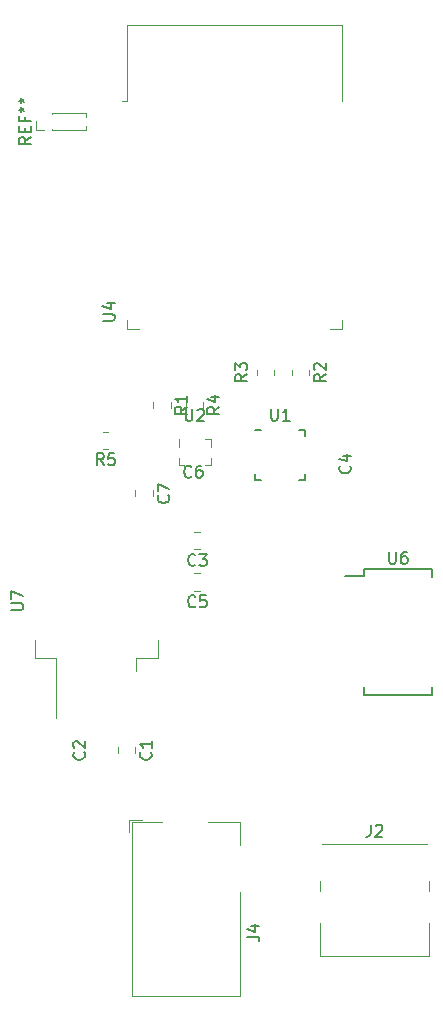
<source format=gbr>
%TF.GenerationSoftware,KiCad,Pcbnew,7.0.6*%
%TF.CreationDate,2023-08-21T19:58:41-03:00*%
%TF.ProjectId,satelite,73617465-6c69-4746-952e-6b696361645f,rev?*%
%TF.SameCoordinates,Original*%
%TF.FileFunction,Legend,Top*%
%TF.FilePolarity,Positive*%
%FSLAX46Y46*%
G04 Gerber Fmt 4.6, Leading zero omitted, Abs format (unit mm)*
G04 Created by KiCad (PCBNEW 7.0.6) date 2023-08-21 19:58:41*
%MOMM*%
%LPD*%
G01*
G04 APERTURE LIST*
%ADD10C,0.150000*%
%ADD11C,0.120000*%
%ADD12C,0.100000*%
G04 APERTURE END LIST*
D10*
X132894819Y-66083333D02*
X132418628Y-66416666D01*
X132894819Y-66654761D02*
X131894819Y-66654761D01*
X131894819Y-66654761D02*
X131894819Y-66273809D01*
X131894819Y-66273809D02*
X131942438Y-66178571D01*
X131942438Y-66178571D02*
X131990057Y-66130952D01*
X131990057Y-66130952D02*
X132085295Y-66083333D01*
X132085295Y-66083333D02*
X132228152Y-66083333D01*
X132228152Y-66083333D02*
X132323390Y-66130952D01*
X132323390Y-66130952D02*
X132371009Y-66178571D01*
X132371009Y-66178571D02*
X132418628Y-66273809D01*
X132418628Y-66273809D02*
X132418628Y-66654761D01*
X132371009Y-65654761D02*
X132371009Y-65321428D01*
X132894819Y-65178571D02*
X132894819Y-65654761D01*
X132894819Y-65654761D02*
X131894819Y-65654761D01*
X131894819Y-65654761D02*
X131894819Y-65178571D01*
X132371009Y-64416666D02*
X132371009Y-64749999D01*
X132894819Y-64749999D02*
X131894819Y-64749999D01*
X131894819Y-64749999D02*
X131894819Y-64273809D01*
X131894819Y-63749999D02*
X132132914Y-63749999D01*
X132037676Y-63988094D02*
X132132914Y-63749999D01*
X132132914Y-63749999D02*
X132037676Y-63511904D01*
X132323390Y-63892856D02*
X132132914Y-63749999D01*
X132132914Y-63749999D02*
X132323390Y-63607142D01*
X131894819Y-62988094D02*
X132132914Y-62988094D01*
X132037676Y-63226189D02*
X132132914Y-62988094D01*
X132132914Y-62988094D02*
X132037676Y-62749999D01*
X132323390Y-63130951D02*
X132132914Y-62988094D01*
X132132914Y-62988094D02*
X132323390Y-62845237D01*
X139083333Y-93854819D02*
X138750000Y-93378628D01*
X138511905Y-93854819D02*
X138511905Y-92854819D01*
X138511905Y-92854819D02*
X138892857Y-92854819D01*
X138892857Y-92854819D02*
X138988095Y-92902438D01*
X138988095Y-92902438D02*
X139035714Y-92950057D01*
X139035714Y-92950057D02*
X139083333Y-93045295D01*
X139083333Y-93045295D02*
X139083333Y-93188152D01*
X139083333Y-93188152D02*
X139035714Y-93283390D01*
X139035714Y-93283390D02*
X138988095Y-93331009D01*
X138988095Y-93331009D02*
X138892857Y-93378628D01*
X138892857Y-93378628D02*
X138511905Y-93378628D01*
X139988095Y-92854819D02*
X139511905Y-92854819D01*
X139511905Y-92854819D02*
X139464286Y-93331009D01*
X139464286Y-93331009D02*
X139511905Y-93283390D01*
X139511905Y-93283390D02*
X139607143Y-93235771D01*
X139607143Y-93235771D02*
X139845238Y-93235771D01*
X139845238Y-93235771D02*
X139940476Y-93283390D01*
X139940476Y-93283390D02*
X139988095Y-93331009D01*
X139988095Y-93331009D02*
X140035714Y-93426247D01*
X140035714Y-93426247D02*
X140035714Y-93664342D01*
X140035714Y-93664342D02*
X139988095Y-93759580D01*
X139988095Y-93759580D02*
X139940476Y-93807200D01*
X139940476Y-93807200D02*
X139845238Y-93854819D01*
X139845238Y-93854819D02*
X139607143Y-93854819D01*
X139607143Y-93854819D02*
X139511905Y-93807200D01*
X139511905Y-93807200D02*
X139464286Y-93759580D01*
X157854819Y-86166666D02*
X157378628Y-86499999D01*
X157854819Y-86738094D02*
X156854819Y-86738094D01*
X156854819Y-86738094D02*
X156854819Y-86357142D01*
X156854819Y-86357142D02*
X156902438Y-86261904D01*
X156902438Y-86261904D02*
X156950057Y-86214285D01*
X156950057Y-86214285D02*
X157045295Y-86166666D01*
X157045295Y-86166666D02*
X157188152Y-86166666D01*
X157188152Y-86166666D02*
X157283390Y-86214285D01*
X157283390Y-86214285D02*
X157331009Y-86261904D01*
X157331009Y-86261904D02*
X157378628Y-86357142D01*
X157378628Y-86357142D02*
X157378628Y-86738094D01*
X156950057Y-85785713D02*
X156902438Y-85738094D01*
X156902438Y-85738094D02*
X156854819Y-85642856D01*
X156854819Y-85642856D02*
X156854819Y-85404761D01*
X156854819Y-85404761D02*
X156902438Y-85309523D01*
X156902438Y-85309523D02*
X156950057Y-85261904D01*
X156950057Y-85261904D02*
X157045295Y-85214285D01*
X157045295Y-85214285D02*
X157140533Y-85214285D01*
X157140533Y-85214285D02*
X157283390Y-85261904D01*
X157283390Y-85261904D02*
X157854819Y-85833332D01*
X157854819Y-85833332D02*
X157854819Y-85214285D01*
X161666666Y-124304819D02*
X161666666Y-125019104D01*
X161666666Y-125019104D02*
X161619047Y-125161961D01*
X161619047Y-125161961D02*
X161523809Y-125257200D01*
X161523809Y-125257200D02*
X161380952Y-125304819D01*
X161380952Y-125304819D02*
X161285714Y-125304819D01*
X162095238Y-124400057D02*
X162142857Y-124352438D01*
X162142857Y-124352438D02*
X162238095Y-124304819D01*
X162238095Y-124304819D02*
X162476190Y-124304819D01*
X162476190Y-124304819D02*
X162571428Y-124352438D01*
X162571428Y-124352438D02*
X162619047Y-124400057D01*
X162619047Y-124400057D02*
X162666666Y-124495295D01*
X162666666Y-124495295D02*
X162666666Y-124590533D01*
X162666666Y-124590533D02*
X162619047Y-124733390D01*
X162619047Y-124733390D02*
X162047619Y-125304819D01*
X162047619Y-125304819D02*
X162666666Y-125304819D01*
X143039580Y-118166666D02*
X143087200Y-118214285D01*
X143087200Y-118214285D02*
X143134819Y-118357142D01*
X143134819Y-118357142D02*
X143134819Y-118452380D01*
X143134819Y-118452380D02*
X143087200Y-118595237D01*
X143087200Y-118595237D02*
X142991961Y-118690475D01*
X142991961Y-118690475D02*
X142896723Y-118738094D01*
X142896723Y-118738094D02*
X142706247Y-118785713D01*
X142706247Y-118785713D02*
X142563390Y-118785713D01*
X142563390Y-118785713D02*
X142372914Y-118738094D01*
X142372914Y-118738094D02*
X142277676Y-118690475D01*
X142277676Y-118690475D02*
X142182438Y-118595237D01*
X142182438Y-118595237D02*
X142134819Y-118452380D01*
X142134819Y-118452380D02*
X142134819Y-118357142D01*
X142134819Y-118357142D02*
X142182438Y-118214285D01*
X142182438Y-118214285D02*
X142230057Y-118166666D01*
X143134819Y-117214285D02*
X143134819Y-117785713D01*
X143134819Y-117499999D02*
X142134819Y-117499999D01*
X142134819Y-117499999D02*
X142277676Y-117595237D01*
X142277676Y-117595237D02*
X142372914Y-117690475D01*
X142372914Y-117690475D02*
X142420533Y-117785713D01*
X146104819Y-88916666D02*
X145628628Y-89249999D01*
X146104819Y-89488094D02*
X145104819Y-89488094D01*
X145104819Y-89488094D02*
X145104819Y-89107142D01*
X145104819Y-89107142D02*
X145152438Y-89011904D01*
X145152438Y-89011904D02*
X145200057Y-88964285D01*
X145200057Y-88964285D02*
X145295295Y-88916666D01*
X145295295Y-88916666D02*
X145438152Y-88916666D01*
X145438152Y-88916666D02*
X145533390Y-88964285D01*
X145533390Y-88964285D02*
X145581009Y-89011904D01*
X145581009Y-89011904D02*
X145628628Y-89107142D01*
X145628628Y-89107142D02*
X145628628Y-89488094D01*
X146104819Y-87964285D02*
X146104819Y-88535713D01*
X146104819Y-88249999D02*
X145104819Y-88249999D01*
X145104819Y-88249999D02*
X145247676Y-88345237D01*
X145247676Y-88345237D02*
X145342914Y-88440475D01*
X145342914Y-88440475D02*
X145390533Y-88535713D01*
X138999819Y-81626904D02*
X139809342Y-81626904D01*
X139809342Y-81626904D02*
X139904580Y-81579285D01*
X139904580Y-81579285D02*
X139952200Y-81531666D01*
X139952200Y-81531666D02*
X139999819Y-81436428D01*
X139999819Y-81436428D02*
X139999819Y-81245952D01*
X139999819Y-81245952D02*
X139952200Y-81150714D01*
X139952200Y-81150714D02*
X139904580Y-81103095D01*
X139904580Y-81103095D02*
X139809342Y-81055476D01*
X139809342Y-81055476D02*
X138999819Y-81055476D01*
X139333152Y-80150714D02*
X139999819Y-80150714D01*
X138952200Y-80388809D02*
X139666485Y-80626904D01*
X139666485Y-80626904D02*
X139666485Y-80007857D01*
X146488333Y-94809580D02*
X146440714Y-94857200D01*
X146440714Y-94857200D02*
X146297857Y-94904819D01*
X146297857Y-94904819D02*
X146202619Y-94904819D01*
X146202619Y-94904819D02*
X146059762Y-94857200D01*
X146059762Y-94857200D02*
X145964524Y-94761961D01*
X145964524Y-94761961D02*
X145916905Y-94666723D01*
X145916905Y-94666723D02*
X145869286Y-94476247D01*
X145869286Y-94476247D02*
X145869286Y-94333390D01*
X145869286Y-94333390D02*
X145916905Y-94142914D01*
X145916905Y-94142914D02*
X145964524Y-94047676D01*
X145964524Y-94047676D02*
X146059762Y-93952438D01*
X146059762Y-93952438D02*
X146202619Y-93904819D01*
X146202619Y-93904819D02*
X146297857Y-93904819D01*
X146297857Y-93904819D02*
X146440714Y-93952438D01*
X146440714Y-93952438D02*
X146488333Y-94000057D01*
X147345476Y-93904819D02*
X147155000Y-93904819D01*
X147155000Y-93904819D02*
X147059762Y-93952438D01*
X147059762Y-93952438D02*
X147012143Y-94000057D01*
X147012143Y-94000057D02*
X146916905Y-94142914D01*
X146916905Y-94142914D02*
X146869286Y-94333390D01*
X146869286Y-94333390D02*
X146869286Y-94714342D01*
X146869286Y-94714342D02*
X146916905Y-94809580D01*
X146916905Y-94809580D02*
X146964524Y-94857200D01*
X146964524Y-94857200D02*
X147059762Y-94904819D01*
X147059762Y-94904819D02*
X147250238Y-94904819D01*
X147250238Y-94904819D02*
X147345476Y-94857200D01*
X147345476Y-94857200D02*
X147393095Y-94809580D01*
X147393095Y-94809580D02*
X147440714Y-94714342D01*
X147440714Y-94714342D02*
X147440714Y-94476247D01*
X147440714Y-94476247D02*
X147393095Y-94381009D01*
X147393095Y-94381009D02*
X147345476Y-94333390D01*
X147345476Y-94333390D02*
X147250238Y-94285771D01*
X147250238Y-94285771D02*
X147059762Y-94285771D01*
X147059762Y-94285771D02*
X146964524Y-94333390D01*
X146964524Y-94333390D02*
X146916905Y-94381009D01*
X146916905Y-94381009D02*
X146869286Y-94476247D01*
X146013095Y-89104819D02*
X146013095Y-89914342D01*
X146013095Y-89914342D02*
X146060714Y-90009580D01*
X146060714Y-90009580D02*
X146108333Y-90057200D01*
X146108333Y-90057200D02*
X146203571Y-90104819D01*
X146203571Y-90104819D02*
X146394047Y-90104819D01*
X146394047Y-90104819D02*
X146489285Y-90057200D01*
X146489285Y-90057200D02*
X146536904Y-90009580D01*
X146536904Y-90009580D02*
X146584523Y-89914342D01*
X146584523Y-89914342D02*
X146584523Y-89104819D01*
X147013095Y-89200057D02*
X147060714Y-89152438D01*
X147060714Y-89152438D02*
X147155952Y-89104819D01*
X147155952Y-89104819D02*
X147394047Y-89104819D01*
X147394047Y-89104819D02*
X147489285Y-89152438D01*
X147489285Y-89152438D02*
X147536904Y-89200057D01*
X147536904Y-89200057D02*
X147584523Y-89295295D01*
X147584523Y-89295295D02*
X147584523Y-89390533D01*
X147584523Y-89390533D02*
X147536904Y-89533390D01*
X147536904Y-89533390D02*
X146965476Y-90104819D01*
X146965476Y-90104819D02*
X147584523Y-90104819D01*
X131264819Y-106111904D02*
X132074342Y-106111904D01*
X132074342Y-106111904D02*
X132169580Y-106064285D01*
X132169580Y-106064285D02*
X132217200Y-106016666D01*
X132217200Y-106016666D02*
X132264819Y-105921428D01*
X132264819Y-105921428D02*
X132264819Y-105730952D01*
X132264819Y-105730952D02*
X132217200Y-105635714D01*
X132217200Y-105635714D02*
X132169580Y-105588095D01*
X132169580Y-105588095D02*
X132074342Y-105540476D01*
X132074342Y-105540476D02*
X131264819Y-105540476D01*
X131264819Y-105159523D02*
X131264819Y-104492857D01*
X131264819Y-104492857D02*
X132264819Y-104921428D01*
X159909580Y-93916666D02*
X159957200Y-93964285D01*
X159957200Y-93964285D02*
X160004819Y-94107142D01*
X160004819Y-94107142D02*
X160004819Y-94202380D01*
X160004819Y-94202380D02*
X159957200Y-94345237D01*
X159957200Y-94345237D02*
X159861961Y-94440475D01*
X159861961Y-94440475D02*
X159766723Y-94488094D01*
X159766723Y-94488094D02*
X159576247Y-94535713D01*
X159576247Y-94535713D02*
X159433390Y-94535713D01*
X159433390Y-94535713D02*
X159242914Y-94488094D01*
X159242914Y-94488094D02*
X159147676Y-94440475D01*
X159147676Y-94440475D02*
X159052438Y-94345237D01*
X159052438Y-94345237D02*
X159004819Y-94202380D01*
X159004819Y-94202380D02*
X159004819Y-94107142D01*
X159004819Y-94107142D02*
X159052438Y-93964285D01*
X159052438Y-93964285D02*
X159100057Y-93916666D01*
X159338152Y-93059523D02*
X160004819Y-93059523D01*
X158957200Y-93297618D02*
X159671485Y-93535713D01*
X159671485Y-93535713D02*
X159671485Y-92916666D01*
X151247319Y-133783333D02*
X151961604Y-133783333D01*
X151961604Y-133783333D02*
X152104461Y-133830952D01*
X152104461Y-133830952D02*
X152199700Y-133926190D01*
X152199700Y-133926190D02*
X152247319Y-134069047D01*
X152247319Y-134069047D02*
X152247319Y-134164285D01*
X151580652Y-132878571D02*
X152247319Y-132878571D01*
X151199700Y-133116666D02*
X151913985Y-133354761D01*
X151913985Y-133354761D02*
X151913985Y-132735714D01*
X144539580Y-96416666D02*
X144587200Y-96464285D01*
X144587200Y-96464285D02*
X144634819Y-96607142D01*
X144634819Y-96607142D02*
X144634819Y-96702380D01*
X144634819Y-96702380D02*
X144587200Y-96845237D01*
X144587200Y-96845237D02*
X144491961Y-96940475D01*
X144491961Y-96940475D02*
X144396723Y-96988094D01*
X144396723Y-96988094D02*
X144206247Y-97035713D01*
X144206247Y-97035713D02*
X144063390Y-97035713D01*
X144063390Y-97035713D02*
X143872914Y-96988094D01*
X143872914Y-96988094D02*
X143777676Y-96940475D01*
X143777676Y-96940475D02*
X143682438Y-96845237D01*
X143682438Y-96845237D02*
X143634819Y-96702380D01*
X143634819Y-96702380D02*
X143634819Y-96607142D01*
X143634819Y-96607142D02*
X143682438Y-96464285D01*
X143682438Y-96464285D02*
X143730057Y-96416666D01*
X143634819Y-96083332D02*
X143634819Y-95416666D01*
X143634819Y-95416666D02*
X144634819Y-95845237D01*
X151204819Y-86166666D02*
X150728628Y-86499999D01*
X151204819Y-86738094D02*
X150204819Y-86738094D01*
X150204819Y-86738094D02*
X150204819Y-86357142D01*
X150204819Y-86357142D02*
X150252438Y-86261904D01*
X150252438Y-86261904D02*
X150300057Y-86214285D01*
X150300057Y-86214285D02*
X150395295Y-86166666D01*
X150395295Y-86166666D02*
X150538152Y-86166666D01*
X150538152Y-86166666D02*
X150633390Y-86214285D01*
X150633390Y-86214285D02*
X150681009Y-86261904D01*
X150681009Y-86261904D02*
X150728628Y-86357142D01*
X150728628Y-86357142D02*
X150728628Y-86738094D01*
X150204819Y-85833332D02*
X150204819Y-85214285D01*
X150204819Y-85214285D02*
X150585771Y-85547618D01*
X150585771Y-85547618D02*
X150585771Y-85404761D01*
X150585771Y-85404761D02*
X150633390Y-85309523D01*
X150633390Y-85309523D02*
X150681009Y-85261904D01*
X150681009Y-85261904D02*
X150776247Y-85214285D01*
X150776247Y-85214285D02*
X151014342Y-85214285D01*
X151014342Y-85214285D02*
X151109580Y-85261904D01*
X151109580Y-85261904D02*
X151157200Y-85309523D01*
X151157200Y-85309523D02*
X151204819Y-85404761D01*
X151204819Y-85404761D02*
X151204819Y-85690475D01*
X151204819Y-85690475D02*
X151157200Y-85785713D01*
X151157200Y-85785713D02*
X151109580Y-85833332D01*
X153238095Y-89079819D02*
X153238095Y-89889342D01*
X153238095Y-89889342D02*
X153285714Y-89984580D01*
X153285714Y-89984580D02*
X153333333Y-90032200D01*
X153333333Y-90032200D02*
X153428571Y-90079819D01*
X153428571Y-90079819D02*
X153619047Y-90079819D01*
X153619047Y-90079819D02*
X153714285Y-90032200D01*
X153714285Y-90032200D02*
X153761904Y-89984580D01*
X153761904Y-89984580D02*
X153809523Y-89889342D01*
X153809523Y-89889342D02*
X153809523Y-89079819D01*
X154809523Y-90079819D02*
X154238095Y-90079819D01*
X154523809Y-90079819D02*
X154523809Y-89079819D01*
X154523809Y-89079819D02*
X154428571Y-89222676D01*
X154428571Y-89222676D02*
X154333333Y-89317914D01*
X154333333Y-89317914D02*
X154238095Y-89365533D01*
X146833333Y-105789580D02*
X146785714Y-105837200D01*
X146785714Y-105837200D02*
X146642857Y-105884819D01*
X146642857Y-105884819D02*
X146547619Y-105884819D01*
X146547619Y-105884819D02*
X146404762Y-105837200D01*
X146404762Y-105837200D02*
X146309524Y-105741961D01*
X146309524Y-105741961D02*
X146261905Y-105646723D01*
X146261905Y-105646723D02*
X146214286Y-105456247D01*
X146214286Y-105456247D02*
X146214286Y-105313390D01*
X146214286Y-105313390D02*
X146261905Y-105122914D01*
X146261905Y-105122914D02*
X146309524Y-105027676D01*
X146309524Y-105027676D02*
X146404762Y-104932438D01*
X146404762Y-104932438D02*
X146547619Y-104884819D01*
X146547619Y-104884819D02*
X146642857Y-104884819D01*
X146642857Y-104884819D02*
X146785714Y-104932438D01*
X146785714Y-104932438D02*
X146833333Y-104980057D01*
X147738095Y-104884819D02*
X147261905Y-104884819D01*
X147261905Y-104884819D02*
X147214286Y-105361009D01*
X147214286Y-105361009D02*
X147261905Y-105313390D01*
X147261905Y-105313390D02*
X147357143Y-105265771D01*
X147357143Y-105265771D02*
X147595238Y-105265771D01*
X147595238Y-105265771D02*
X147690476Y-105313390D01*
X147690476Y-105313390D02*
X147738095Y-105361009D01*
X147738095Y-105361009D02*
X147785714Y-105456247D01*
X147785714Y-105456247D02*
X147785714Y-105694342D01*
X147785714Y-105694342D02*
X147738095Y-105789580D01*
X147738095Y-105789580D02*
X147690476Y-105837200D01*
X147690476Y-105837200D02*
X147595238Y-105884819D01*
X147595238Y-105884819D02*
X147357143Y-105884819D01*
X147357143Y-105884819D02*
X147261905Y-105837200D01*
X147261905Y-105837200D02*
X147214286Y-105789580D01*
X163238095Y-101204819D02*
X163238095Y-102014342D01*
X163238095Y-102014342D02*
X163285714Y-102109580D01*
X163285714Y-102109580D02*
X163333333Y-102157200D01*
X163333333Y-102157200D02*
X163428571Y-102204819D01*
X163428571Y-102204819D02*
X163619047Y-102204819D01*
X163619047Y-102204819D02*
X163714285Y-102157200D01*
X163714285Y-102157200D02*
X163761904Y-102109580D01*
X163761904Y-102109580D02*
X163809523Y-102014342D01*
X163809523Y-102014342D02*
X163809523Y-101204819D01*
X164714285Y-101204819D02*
X164523809Y-101204819D01*
X164523809Y-101204819D02*
X164428571Y-101252438D01*
X164428571Y-101252438D02*
X164380952Y-101300057D01*
X164380952Y-101300057D02*
X164285714Y-101442914D01*
X164285714Y-101442914D02*
X164238095Y-101633390D01*
X164238095Y-101633390D02*
X164238095Y-102014342D01*
X164238095Y-102014342D02*
X164285714Y-102109580D01*
X164285714Y-102109580D02*
X164333333Y-102157200D01*
X164333333Y-102157200D02*
X164428571Y-102204819D01*
X164428571Y-102204819D02*
X164619047Y-102204819D01*
X164619047Y-102204819D02*
X164714285Y-102157200D01*
X164714285Y-102157200D02*
X164761904Y-102109580D01*
X164761904Y-102109580D02*
X164809523Y-102014342D01*
X164809523Y-102014342D02*
X164809523Y-101776247D01*
X164809523Y-101776247D02*
X164761904Y-101681009D01*
X164761904Y-101681009D02*
X164714285Y-101633390D01*
X164714285Y-101633390D02*
X164619047Y-101585771D01*
X164619047Y-101585771D02*
X164428571Y-101585771D01*
X164428571Y-101585771D02*
X164333333Y-101633390D01*
X164333333Y-101633390D02*
X164285714Y-101681009D01*
X164285714Y-101681009D02*
X164238095Y-101776247D01*
X146833333Y-102289580D02*
X146785714Y-102337200D01*
X146785714Y-102337200D02*
X146642857Y-102384819D01*
X146642857Y-102384819D02*
X146547619Y-102384819D01*
X146547619Y-102384819D02*
X146404762Y-102337200D01*
X146404762Y-102337200D02*
X146309524Y-102241961D01*
X146309524Y-102241961D02*
X146261905Y-102146723D01*
X146261905Y-102146723D02*
X146214286Y-101956247D01*
X146214286Y-101956247D02*
X146214286Y-101813390D01*
X146214286Y-101813390D02*
X146261905Y-101622914D01*
X146261905Y-101622914D02*
X146309524Y-101527676D01*
X146309524Y-101527676D02*
X146404762Y-101432438D01*
X146404762Y-101432438D02*
X146547619Y-101384819D01*
X146547619Y-101384819D02*
X146642857Y-101384819D01*
X146642857Y-101384819D02*
X146785714Y-101432438D01*
X146785714Y-101432438D02*
X146833333Y-101480057D01*
X147166667Y-101384819D02*
X147785714Y-101384819D01*
X147785714Y-101384819D02*
X147452381Y-101765771D01*
X147452381Y-101765771D02*
X147595238Y-101765771D01*
X147595238Y-101765771D02*
X147690476Y-101813390D01*
X147690476Y-101813390D02*
X147738095Y-101861009D01*
X147738095Y-101861009D02*
X147785714Y-101956247D01*
X147785714Y-101956247D02*
X147785714Y-102194342D01*
X147785714Y-102194342D02*
X147738095Y-102289580D01*
X147738095Y-102289580D02*
X147690476Y-102337200D01*
X147690476Y-102337200D02*
X147595238Y-102384819D01*
X147595238Y-102384819D02*
X147309524Y-102384819D01*
X147309524Y-102384819D02*
X147214286Y-102337200D01*
X147214286Y-102337200D02*
X147166667Y-102289580D01*
X137409580Y-118166666D02*
X137457200Y-118214285D01*
X137457200Y-118214285D02*
X137504819Y-118357142D01*
X137504819Y-118357142D02*
X137504819Y-118452380D01*
X137504819Y-118452380D02*
X137457200Y-118595237D01*
X137457200Y-118595237D02*
X137361961Y-118690475D01*
X137361961Y-118690475D02*
X137266723Y-118738094D01*
X137266723Y-118738094D02*
X137076247Y-118785713D01*
X137076247Y-118785713D02*
X136933390Y-118785713D01*
X136933390Y-118785713D02*
X136742914Y-118738094D01*
X136742914Y-118738094D02*
X136647676Y-118690475D01*
X136647676Y-118690475D02*
X136552438Y-118595237D01*
X136552438Y-118595237D02*
X136504819Y-118452380D01*
X136504819Y-118452380D02*
X136504819Y-118357142D01*
X136504819Y-118357142D02*
X136552438Y-118214285D01*
X136552438Y-118214285D02*
X136600057Y-118166666D01*
X136600057Y-117785713D02*
X136552438Y-117738094D01*
X136552438Y-117738094D02*
X136504819Y-117642856D01*
X136504819Y-117642856D02*
X136504819Y-117404761D01*
X136504819Y-117404761D02*
X136552438Y-117309523D01*
X136552438Y-117309523D02*
X136600057Y-117261904D01*
X136600057Y-117261904D02*
X136695295Y-117214285D01*
X136695295Y-117214285D02*
X136790533Y-117214285D01*
X136790533Y-117214285D02*
X136933390Y-117261904D01*
X136933390Y-117261904D02*
X137504819Y-117833332D01*
X137504819Y-117833332D02*
X137504819Y-117214285D01*
X148854819Y-88916666D02*
X148378628Y-89249999D01*
X148854819Y-89488094D02*
X147854819Y-89488094D01*
X147854819Y-89488094D02*
X147854819Y-89107142D01*
X147854819Y-89107142D02*
X147902438Y-89011904D01*
X147902438Y-89011904D02*
X147950057Y-88964285D01*
X147950057Y-88964285D02*
X148045295Y-88916666D01*
X148045295Y-88916666D02*
X148188152Y-88916666D01*
X148188152Y-88916666D02*
X148283390Y-88964285D01*
X148283390Y-88964285D02*
X148331009Y-89011904D01*
X148331009Y-89011904D02*
X148378628Y-89107142D01*
X148378628Y-89107142D02*
X148378628Y-89488094D01*
X148188152Y-88059523D02*
X148854819Y-88059523D01*
X147807200Y-88297618D02*
X148521485Y-88535713D01*
X148521485Y-88535713D02*
X148521485Y-87916666D01*
D11*
%TO.C,REF\u002A\u002A*%
X134685000Y-64055000D02*
X137560000Y-64055000D01*
X137560000Y-65445000D02*
X137560000Y-65144493D01*
X134685000Y-64141724D02*
X134685000Y-64055000D01*
X137560000Y-64355507D02*
X137560000Y-64055000D01*
X134685000Y-65445000D02*
X134685000Y-65358276D01*
X134000000Y-65445000D02*
X133315000Y-65445000D01*
X134685000Y-65445000D02*
X137560000Y-65445000D01*
X133315000Y-65445000D02*
X133315000Y-64750000D01*
%TO.C,R5*%
X139477064Y-92485000D02*
X139022936Y-92485000D01*
X139477064Y-91015000D02*
X139022936Y-91015000D01*
%TO.C,R2*%
X156485000Y-85772936D02*
X156485000Y-86227064D01*
X155015000Y-85772936D02*
X155015000Y-86227064D01*
%TO.C,J2*%
X157405000Y-129050000D02*
X157405000Y-129950000D01*
X157405000Y-132650000D02*
X157405000Y-135380000D01*
X157405000Y-135380000D02*
X166595000Y-135380000D01*
X157525000Y-125970000D02*
X166475000Y-125970000D01*
X166595000Y-129050000D02*
X166595000Y-129950000D01*
X166595000Y-132650000D02*
X166595000Y-135380000D01*
%TO.C,C1*%
X141735000Y-117738748D02*
X141735000Y-118261252D01*
X140265000Y-117738748D02*
X140265000Y-118261252D01*
%TO.C,R1*%
X144735000Y-88522936D02*
X144735000Y-88977064D01*
X143265000Y-88522936D02*
X143265000Y-88977064D01*
%TO.C,U4*%
X159275000Y-82315000D02*
X158275000Y-82315000D01*
X159275000Y-81535000D02*
X159275000Y-82315000D01*
X159275000Y-56575000D02*
X159275000Y-62990000D01*
X141035000Y-82315000D02*
X142035000Y-82315000D01*
X141035000Y-81535000D02*
X141035000Y-82315000D01*
X141035000Y-62990000D02*
X140655000Y-62990000D01*
X141035000Y-56575000D02*
X159275000Y-56575000D01*
X141035000Y-56575000D02*
X141035000Y-62990000D01*
D12*
%TO.C,U2*%
X145425000Y-92290000D02*
X145425000Y-91650000D01*
X145425000Y-93850000D02*
X145425000Y-93210000D01*
X145425000Y-93850000D02*
X145905000Y-93850000D01*
X147645000Y-91650000D02*
X148125000Y-91650000D01*
X147645000Y-93850000D02*
X148125000Y-93850000D01*
X148125000Y-92290000D02*
X148125000Y-91650000D01*
X148125000Y-93850000D02*
X148125000Y-93210000D01*
D11*
%TO.C,U7*%
X133260000Y-110175000D02*
X135070000Y-110175000D01*
X135070000Y-110175000D02*
X135070000Y-115300000D01*
X141850000Y-110175000D02*
X141850000Y-111275000D01*
X143660000Y-110175000D02*
X141850000Y-110175000D01*
X133260000Y-108675000D02*
X133260000Y-110175000D01*
X143660000Y-108675000D02*
X143660000Y-110175000D01*
%TO.C,J4*%
X141442500Y-138800000D02*
X141442500Y-124100000D01*
X150642500Y-138800000D02*
X141442500Y-138800000D01*
X150642500Y-130000000D02*
X150642500Y-138800000D01*
X141242500Y-124950000D02*
X141242500Y-123900000D01*
X141442500Y-124100000D02*
X144042500Y-124100000D01*
X147942500Y-124100000D02*
X150642500Y-124100000D01*
X150642500Y-124100000D02*
X150642500Y-126000000D01*
X142292500Y-123900000D02*
X141242500Y-123900000D01*
%TO.C,C7*%
X143235000Y-95988748D02*
X143235000Y-96511252D01*
X141765000Y-95988748D02*
X141765000Y-96511252D01*
%TO.C,R3*%
X153485000Y-85772936D02*
X153485000Y-86227064D01*
X152015000Y-85772936D02*
X152015000Y-86227064D01*
D10*
%TO.C,U1*%
X151850000Y-90850000D02*
X152375000Y-90850000D01*
X151850000Y-95150000D02*
X151850000Y-94625000D01*
X151850000Y-95150000D02*
X152375000Y-95150000D01*
X156150000Y-90850000D02*
X155625000Y-90850000D01*
X156150000Y-90850000D02*
X156150000Y-91375000D01*
X156150000Y-95150000D02*
X155625000Y-95150000D01*
X156150000Y-95150000D02*
X156150000Y-94625000D01*
D11*
%TO.C,C5*%
X147261252Y-104485000D02*
X146738748Y-104485000D01*
X147261252Y-103015000D02*
X146738748Y-103015000D01*
D10*
%TO.C,U6*%
X161125000Y-102675000D02*
X161125000Y-103250000D01*
X161125000Y-102675000D02*
X166875000Y-102675000D01*
X161125000Y-103250000D02*
X159525000Y-103250000D01*
X161125000Y-113325000D02*
X161125000Y-112675000D01*
X161125000Y-113325000D02*
X166875000Y-113325000D01*
X166875000Y-102675000D02*
X166875000Y-103325000D01*
X166875000Y-113325000D02*
X166875000Y-112675000D01*
D11*
%TO.C,C3*%
X147261252Y-100985000D02*
X146738748Y-100985000D01*
X147261252Y-99515000D02*
X146738748Y-99515000D01*
%TO.C,R4*%
X147485000Y-88522936D02*
X147485000Y-88977064D01*
X146015000Y-88522936D02*
X146015000Y-88977064D01*
%TD*%
M02*

</source>
